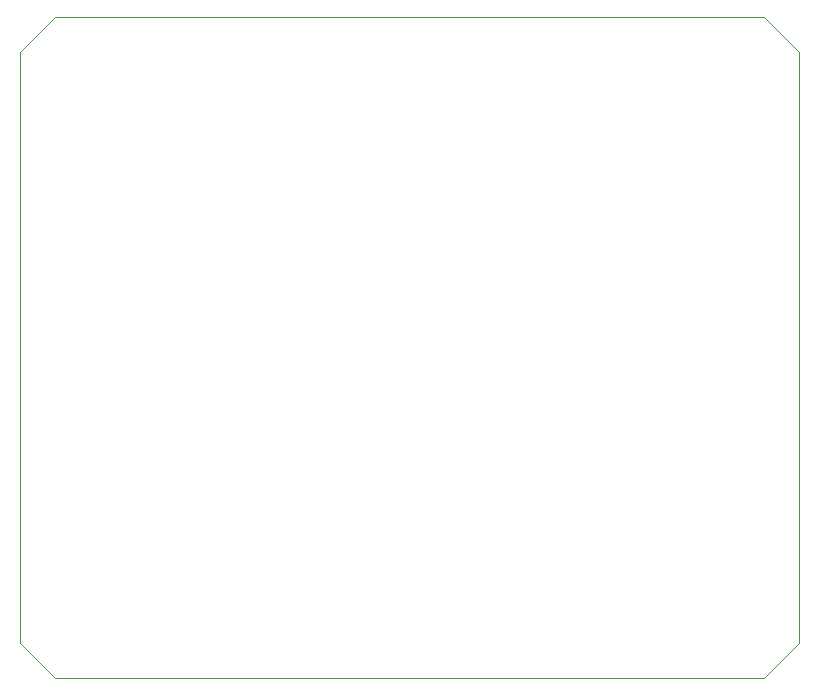
<source format=gbr>
G04 #@! TF.GenerationSoftware,KiCad,Pcbnew,(5.1.5)-3*
G04 #@! TF.CreationDate,2020-03-21T22:09:17-04:00*
G04 #@! TF.ProjectId,GP PSU Filter,47502050-5355-4204-9669-6c7465722e6b,rev?*
G04 #@! TF.SameCoordinates,Original*
G04 #@! TF.FileFunction,Profile,NP*
%FSLAX46Y46*%
G04 Gerber Fmt 4.6, Leading zero omitted, Abs format (unit mm)*
G04 Created by KiCad (PCBNEW (5.1.5)-3) date 2020-03-21 22:09:17*
%MOMM*%
%LPD*%
G04 APERTURE LIST*
%ADD10C,0.050000*%
G04 APERTURE END LIST*
D10*
X100000000Y-116000000D02*
X97000000Y-113000000D01*
X160000000Y-116000000D02*
X163000000Y-113000000D01*
X163000000Y-63000000D02*
X160000000Y-60000000D01*
X97000000Y-63000000D02*
X100000000Y-60000000D01*
X97000000Y-113000000D02*
X97000000Y-63000000D01*
X160000000Y-116000000D02*
X100000000Y-116000000D01*
X163000000Y-63000000D02*
X163000000Y-113000000D01*
X100000000Y-60000000D02*
X160000000Y-60000000D01*
M02*

</source>
